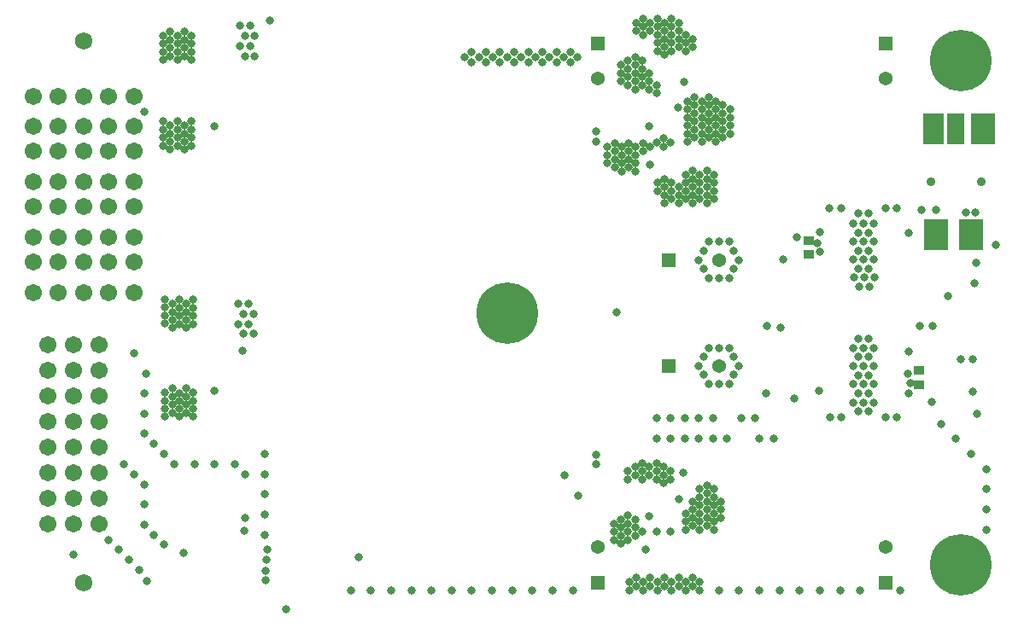
<source format=gbs>
G04*
G04 #@! TF.GenerationSoftware,Altium Limited,Altium Designer,22.9.1 (49)*
G04*
G04 Layer_Color=16711935*
%FSLAX25Y25*%
%MOIN*%
G70*
G04*
G04 #@! TF.SameCoordinates,58640E65-FB78-4378-B78F-6D08F657F38D*
G04*
G04*
G04 #@! TF.FilePolarity,Negative*
G04*
G01*
G75*
%ADD47R,0.04252X0.03465*%
%ADD73R,0.05413X0.05413*%
%ADD74C,0.05413*%
%ADD75C,0.06713*%
%ADD76C,0.06791*%
%ADD77R,0.05413X0.05413*%
%ADD78C,0.03543*%
%ADD79C,0.03150*%
%ADD80C,0.24016*%
%ADD98R,0.09213X0.12284*%
%ADD99R,0.08307X0.12284*%
%ADD100R,0.07087X0.12284*%
D47*
X357480Y95669D02*
D03*
Y90158D02*
D03*
X314567Y140945D02*
D03*
Y146457D02*
D03*
D73*
X259842Y97441D02*
D03*
Y138779D02*
D03*
D74*
X279528Y97441D02*
D03*
Y138779D02*
D03*
X232283Y26575D02*
D03*
Y209646D02*
D03*
X344488Y26575D02*
D03*
Y209646D02*
D03*
D75*
X51181Y137894D02*
D03*
X41339D02*
D03*
X31496D02*
D03*
X21654D02*
D03*
X11811D02*
D03*
X51181Y126083D02*
D03*
X41339D02*
D03*
X31496D02*
D03*
X21654D02*
D03*
X11811D02*
D03*
X31496Y202854D02*
D03*
X21654D02*
D03*
X11811D02*
D03*
X21654Y191043D02*
D03*
X11811D02*
D03*
X21654Y181201D02*
D03*
X11811D02*
D03*
X21654Y169390D02*
D03*
X11811D02*
D03*
X21654Y159547D02*
D03*
X11811D02*
D03*
X21654Y147736D02*
D03*
X11811D02*
D03*
X51181Y169390D02*
D03*
Y202854D02*
D03*
X41339D02*
D03*
X51181Y191043D02*
D03*
X41339D02*
D03*
X51181Y181201D02*
D03*
X41339D02*
D03*
Y169390D02*
D03*
X51181Y159547D02*
D03*
X41339D02*
D03*
X51181Y147736D02*
D03*
X41339D02*
D03*
X31496D02*
D03*
Y191043D02*
D03*
Y181201D02*
D03*
Y169390D02*
D03*
Y159547D02*
D03*
X37716Y105728D02*
D03*
X17717Y85728D02*
D03*
X27716Y105728D02*
D03*
X17717Y75728D02*
D03*
X27716D02*
D03*
X37716Y95728D02*
D03*
X27716Y85728D02*
D03*
X17717Y95728D02*
D03*
X27716D02*
D03*
X17717Y105728D02*
D03*
Y55728D02*
D03*
X27716Y35728D02*
D03*
X17717D02*
D03*
X27716Y45728D02*
D03*
X17717D02*
D03*
X27716Y55728D02*
D03*
Y65728D02*
D03*
X17717D02*
D03*
X37716Y85728D02*
D03*
Y75728D02*
D03*
Y65728D02*
D03*
Y55728D02*
D03*
Y45728D02*
D03*
Y35728D02*
D03*
D76*
X31496Y12808D02*
D03*
Y224508D02*
D03*
D77*
X232283Y12795D02*
D03*
Y223425D02*
D03*
X344488Y12795D02*
D03*
Y223425D02*
D03*
D78*
X381890Y169291D02*
D03*
X362205D02*
D03*
D79*
X318898Y142035D02*
D03*
X239490Y118201D02*
D03*
X318087Y145328D02*
D03*
X353328Y94367D02*
D03*
X354191Y90812D02*
D03*
X300787Y68898D02*
D03*
X293701Y76933D02*
D03*
X288189D02*
D03*
X266142D02*
D03*
X255118D02*
D03*
X271654D02*
D03*
X277165D02*
D03*
X260630D02*
D03*
X373948Y99977D02*
D03*
X308925Y84646D02*
D03*
X364244Y158257D02*
D03*
X358661Y158268D02*
D03*
X298345Y112992D02*
D03*
X298031Y86614D02*
D03*
X282677Y69161D02*
D03*
X277165D02*
D03*
X266142D02*
D03*
X255118D02*
D03*
X271654D02*
D03*
X260630D02*
D03*
X59055Y66929D02*
D03*
X55118Y70866D02*
D03*
X62992Y62992D02*
D03*
X94153Y32933D02*
D03*
X103213Y25814D02*
D03*
X102362Y31496D02*
D03*
X102772Y21772D02*
D03*
X379921Y137795D02*
D03*
X368898Y124713D02*
D03*
X366142Y74803D02*
D03*
X295276Y68898D02*
D03*
X372047D02*
D03*
X377953Y62992D02*
D03*
X383858Y57087D02*
D03*
Y49213D02*
D03*
Y41339D02*
D03*
Y33465D02*
D03*
X350394Y9843D02*
D03*
X334646D02*
D03*
X326772D02*
D03*
X318898D02*
D03*
X311024D02*
D03*
X303150D02*
D03*
X295276D02*
D03*
X287402D02*
D03*
X279528D02*
D03*
X222441D02*
D03*
X214567D02*
D03*
X206693D02*
D03*
X198819D02*
D03*
X190945D02*
D03*
X183071D02*
D03*
X175197D02*
D03*
X167323D02*
D03*
X159449D02*
D03*
X151575D02*
D03*
X143701D02*
D03*
X135827D02*
D03*
X138976Y22835D02*
D03*
X102362Y62992D02*
D03*
X102126Y55118D02*
D03*
X102362Y39370D02*
D03*
Y47244D02*
D03*
X94488Y37933D02*
D03*
X102756Y17323D02*
D03*
Y13780D02*
D03*
X110762Y2453D02*
D03*
X47244Y59055D02*
D03*
X56328Y13488D02*
D03*
X70472Y24409D02*
D03*
X49213Y21654D02*
D03*
X53150Y17717D02*
D03*
X45276Y25591D02*
D03*
X66929Y59055D02*
D03*
X74803D02*
D03*
X82677D02*
D03*
X90551D02*
D03*
X94488Y55118D02*
D03*
X51181D02*
D03*
X55118Y51181D02*
D03*
Y43307D02*
D03*
Y35433D02*
D03*
X59055Y31496D02*
D03*
X62992Y27559D02*
D03*
X41339Y29528D02*
D03*
X27559Y23622D02*
D03*
X55118Y78740D02*
D03*
X63386Y77559D02*
D03*
Y80709D02*
D03*
X66142Y79134D02*
D03*
Y82284D02*
D03*
X68898Y77559D02*
D03*
Y80709D02*
D03*
X51181Y102362D02*
D03*
X55118Y86614D02*
D03*
X56102Y94488D02*
D03*
X63382Y123350D02*
D03*
Y120201D02*
D03*
Y117051D02*
D03*
Y113902D02*
D03*
X63386Y83858D02*
D03*
Y87008D02*
D03*
X66142Y85433D02*
D03*
Y121653D02*
D03*
Y88583D02*
D03*
Y112205D02*
D03*
Y118504D02*
D03*
Y115354D02*
D03*
X68898Y123228D02*
D03*
Y120079D02*
D03*
X219291Y54724D02*
D03*
X224754Y46801D02*
D03*
X231693Y62795D02*
D03*
X231715Y58993D02*
D03*
X238583Y35827D02*
D03*
X238583Y32677D02*
D03*
X238583Y29528D02*
D03*
X241339Y37402D02*
D03*
X241339Y34252D02*
D03*
X241339Y31102D02*
D03*
X241339Y27953D02*
D03*
X68898Y83858D02*
D03*
Y113779D02*
D03*
Y116929D02*
D03*
X69035Y86713D02*
D03*
X71653Y79134D02*
D03*
Y82284D02*
D03*
Y85433D02*
D03*
Y88583D02*
D03*
Y112205D02*
D03*
Y115354D02*
D03*
Y118504D02*
D03*
Y121653D02*
D03*
X74409Y77559D02*
D03*
Y80709D02*
D03*
Y83858D02*
D03*
Y87008D02*
D03*
Y113779D02*
D03*
Y116929D02*
D03*
Y120079D02*
D03*
Y123228D02*
D03*
X82677Y87598D02*
D03*
X91917Y113812D02*
D03*
Y121686D02*
D03*
X93504Y103347D02*
D03*
X93886Y109875D02*
D03*
Y117749D02*
D03*
X95854Y113812D02*
D03*
Y121686D02*
D03*
X97823Y109875D02*
D03*
Y117749D02*
D03*
X62598Y183465D02*
D03*
Y186614D02*
D03*
X65354Y181890D02*
D03*
Y185039D02*
D03*
X68110Y183465D02*
D03*
Y186614D02*
D03*
X70866Y181890D02*
D03*
Y185039D02*
D03*
X55118Y196850D02*
D03*
X62598Y189764D02*
D03*
Y192913D02*
D03*
X62599Y220079D02*
D03*
Y216929D02*
D03*
Y226378D02*
D03*
Y223228D02*
D03*
X65354Y188189D02*
D03*
Y191339D02*
D03*
X65354Y227953D02*
D03*
Y221654D02*
D03*
Y224803D02*
D03*
Y218504D02*
D03*
X68110Y189764D02*
D03*
Y192913D02*
D03*
X68110Y220079D02*
D03*
Y226378D02*
D03*
Y216929D02*
D03*
Y223228D02*
D03*
X70866Y188189D02*
D03*
Y191339D02*
D03*
X73622Y186614D02*
D03*
Y189764D02*
D03*
Y192913D02*
D03*
Y183465D02*
D03*
X73622Y216929D02*
D03*
X82677Y190945D02*
D03*
X180315Y218110D02*
D03*
X183071Y216142D02*
D03*
X185827Y218110D02*
D03*
X188583Y216142D02*
D03*
X194095Y216142D02*
D03*
X199606D02*
D03*
X205118Y216142D02*
D03*
X210630D02*
D03*
X216142D02*
D03*
X221654D02*
D03*
X231693Y188878D02*
D03*
X231715Y185076D02*
D03*
X236035Y182890D02*
D03*
X236035Y179740D02*
D03*
X236035Y176591D02*
D03*
X238791Y184465D02*
D03*
X238791Y181315D02*
D03*
X238791Y178165D02*
D03*
X238791Y175016D02*
D03*
X241339Y208661D02*
D03*
Y211811D02*
D03*
Y214961D02*
D03*
X241547Y182890D02*
D03*
X241547Y179740D02*
D03*
X241547Y176591D02*
D03*
X70866Y218504D02*
D03*
Y221654D02*
D03*
Y227953D02*
D03*
Y224803D02*
D03*
X73622Y220079D02*
D03*
Y226378D02*
D03*
Y223228D02*
D03*
X92520Y222441D02*
D03*
Y230315D02*
D03*
X94488Y218504D02*
D03*
Y226378D02*
D03*
X96457Y230315D02*
D03*
Y222441D02*
D03*
X98425Y218504D02*
D03*
Y226378D02*
D03*
X104331Y232283D02*
D03*
X183071Y220079D02*
D03*
X188583D02*
D03*
X191339Y218110D02*
D03*
X194095Y220079D02*
D03*
X196850Y218110D02*
D03*
X199606Y220079D02*
D03*
X202362Y218110D02*
D03*
X205118Y220079D02*
D03*
X207874Y218110D02*
D03*
X210630Y220079D02*
D03*
X213386Y218110D02*
D03*
X216142Y220079D02*
D03*
X218898Y218110D02*
D03*
X221654Y220079D02*
D03*
X224410Y218110D02*
D03*
X250000Y9843D02*
D03*
X244488D02*
D03*
X255512D02*
D03*
X252756Y11417D02*
D03*
X247244D02*
D03*
X244488Y12992D02*
D03*
X250000D02*
D03*
X255512D02*
D03*
X252756Y14567D02*
D03*
X247244D02*
D03*
X251060Y25571D02*
D03*
X244094Y29528D02*
D03*
X246850Y31102D02*
D03*
X244094Y32677D02*
D03*
X249606D02*
D03*
X255118D02*
D03*
X246850Y34252D02*
D03*
X244094Y35827D02*
D03*
X246850Y37402D02*
D03*
X252362Y38583D02*
D03*
X244094Y38976D02*
D03*
X257874Y51575D02*
D03*
X249606Y53150D02*
D03*
X244094D02*
D03*
X255118D02*
D03*
X252362Y54724D02*
D03*
X246850D02*
D03*
X257874D02*
D03*
X244094Y56299D02*
D03*
X249606D02*
D03*
X255118D02*
D03*
X252362Y57874D02*
D03*
X261024Y9843D02*
D03*
X266535D02*
D03*
X272047D02*
D03*
X258268Y11417D02*
D03*
X263779D02*
D03*
X269291D02*
D03*
X261024Y12992D02*
D03*
X266535D02*
D03*
X272047D02*
D03*
X258268Y14567D02*
D03*
X263779D02*
D03*
X269291D02*
D03*
X260630Y32677D02*
D03*
X266535Y33465D02*
D03*
X272047D02*
D03*
X269291Y35039D02*
D03*
X274803D02*
D03*
X272047Y36614D02*
D03*
X266535Y36614D02*
D03*
X269291Y38189D02*
D03*
X266535Y39764D02*
D03*
X272047D02*
D03*
X269291Y41339D02*
D03*
X272047Y42913D02*
D03*
X269291Y44488D02*
D03*
X263779Y45276D02*
D03*
X272047Y46063D02*
D03*
Y49213D02*
D03*
X274803Y50787D02*
D03*
X260630Y53150D02*
D03*
X265740Y55810D02*
D03*
X260630Y56299D02*
D03*
X257874Y57874D02*
D03*
X246850D02*
D03*
X249606Y59449D02*
D03*
X255118D02*
D03*
X258268Y170473D02*
D03*
X255512Y168898D02*
D03*
X258268Y161024D02*
D03*
Y164173D02*
D03*
X255512Y165748D02*
D03*
X258268Y167323D02*
D03*
X247059Y173441D02*
D03*
X241547Y173441D02*
D03*
X244303Y175016D02*
D03*
X252571Y176197D02*
D03*
X247059Y176591D02*
D03*
X244303Y178165D02*
D03*
X247059Y179740D02*
D03*
X249815Y181315D02*
D03*
X244303Y181315D02*
D03*
X252571Y182890D02*
D03*
X247059Y182890D02*
D03*
X257874Y183071D02*
D03*
X249815Y184465D02*
D03*
X244303Y184465D02*
D03*
X260630Y184646D02*
D03*
X255118Y184646D02*
D03*
X273622Y93898D02*
D03*
X271654Y97441D02*
D03*
X273622Y100984D02*
D03*
X273622Y135236D02*
D03*
X271654Y138779D02*
D03*
X273622Y142323D02*
D03*
X263779Y161024D02*
D03*
X269291D02*
D03*
X274803D02*
D03*
X261024Y162598D02*
D03*
X266535D02*
D03*
X272047D02*
D03*
X263779Y164173D02*
D03*
X269291D02*
D03*
X261024Y165748D02*
D03*
X266535D02*
D03*
X272047Y165748D02*
D03*
X263779Y167323D02*
D03*
X269291D02*
D03*
X274803D02*
D03*
X261024Y168898D02*
D03*
X266535D02*
D03*
X272047Y168898D02*
D03*
X269291Y170473D02*
D03*
X274803Y170473D02*
D03*
X266535Y172047D02*
D03*
X272047Y172047D02*
D03*
X269291Y173622D02*
D03*
X277559Y33465D02*
D03*
X277559Y36614D02*
D03*
X274803Y38189D02*
D03*
X280315D02*
D03*
X277559Y39764D02*
D03*
X280315Y41339D02*
D03*
X274803D02*
D03*
X277559Y42913D02*
D03*
X274803Y44488D02*
D03*
X280315D02*
D03*
X277559Y46063D02*
D03*
X274803Y47638D02*
D03*
X277559Y49213D02*
D03*
X327370Y77256D02*
D03*
X323043Y77435D02*
D03*
X318504Y87756D02*
D03*
X332095Y90248D02*
D03*
X279528Y90354D02*
D03*
X283465D02*
D03*
X275591D02*
D03*
X285433Y93898D02*
D03*
X275590Y104528D02*
D03*
X287402Y97441D02*
D03*
X285433Y100984D02*
D03*
X332095Y104421D02*
D03*
X283465Y104528D02*
D03*
X344693Y77256D02*
D03*
X349020Y77436D02*
D03*
X380315Y78740D02*
D03*
X334063Y79618D02*
D03*
X338000D02*
D03*
X332095Y83161D02*
D03*
X339968D02*
D03*
X336032D02*
D03*
X362598Y83377D02*
D03*
X353543Y86575D02*
D03*
X334063Y86705D02*
D03*
X338000D02*
D03*
X378740Y87402D02*
D03*
X339968Y90248D02*
D03*
X336032D02*
D03*
X334063Y93791D02*
D03*
X338000D02*
D03*
X332095Y97335D02*
D03*
X339968D02*
D03*
X336032D02*
D03*
X378740Y100000D02*
D03*
X334063Y100878D02*
D03*
X338000D02*
D03*
X353543Y103150D02*
D03*
X339968Y104421D02*
D03*
X336032D02*
D03*
X279528Y104528D02*
D03*
X334063Y107965D02*
D03*
X303683Y112402D02*
D03*
X283465Y131693D02*
D03*
X275591D02*
D03*
X279528D02*
D03*
X332283Y131890D02*
D03*
X285433Y135236D02*
D03*
X287402Y138779D02*
D03*
X332095Y138870D02*
D03*
X304724Y138976D02*
D03*
X285433Y142323D02*
D03*
X275590Y145866D02*
D03*
X283465D02*
D03*
X279528D02*
D03*
X332095Y145957D02*
D03*
X309842Y147638D02*
D03*
X318898Y149539D02*
D03*
X332095Y153043D02*
D03*
X334027Y156867D02*
D03*
X327370Y158949D02*
D03*
X322638Y159092D02*
D03*
X277559Y162598D02*
D03*
X274803Y164173D02*
D03*
X277559Y165748D02*
D03*
X277559Y168898D02*
D03*
X277559Y172047D02*
D03*
X274803Y173622D02*
D03*
X338000Y107965D02*
D03*
X362992Y112992D02*
D03*
X357874D02*
D03*
X334252Y128347D02*
D03*
X338189D02*
D03*
X379134Y129724D02*
D03*
X336221Y131890D02*
D03*
X340158D02*
D03*
X334063Y135327D02*
D03*
X338000D02*
D03*
X336032Y138870D02*
D03*
X339968D02*
D03*
X334063Y142413D02*
D03*
X338000D02*
D03*
X387520Y144646D02*
D03*
X336032Y145957D02*
D03*
X339968D02*
D03*
X353543Y149213D02*
D03*
X334063Y149500D02*
D03*
X338000D02*
D03*
X336032Y153043D02*
D03*
X339968D02*
D03*
X337964Y156867D02*
D03*
X375984Y157480D02*
D03*
X379528D02*
D03*
X344679Y158949D02*
D03*
X349008Y159092D02*
D03*
X252384Y190874D02*
D03*
X252362Y208661D02*
D03*
X246850Y211811D02*
D03*
X257874Y186221D02*
D03*
X263611Y198308D02*
D03*
X255118Y203937D02*
D03*
X265846Y208268D02*
D03*
X246850Y205512D02*
D03*
X249606Y207087D02*
D03*
X244094Y210236D02*
D03*
X255118Y207087D02*
D03*
X246850Y208661D02*
D03*
X244094Y207087D02*
D03*
X249606Y210236D02*
D03*
X252362Y205512D02*
D03*
X252362Y211811D02*
D03*
X244094Y213386D02*
D03*
Y216535D02*
D03*
X246850Y218110D02*
D03*
Y214961D02*
D03*
X247244Y228346D02*
D03*
Y231496D02*
D03*
X249606Y213386D02*
D03*
Y216535D02*
D03*
X250000Y226772D02*
D03*
Y229921D02*
D03*
Y233071D02*
D03*
X252756Y228346D02*
D03*
Y231496D02*
D03*
X255512Y226772D02*
D03*
Y229921D02*
D03*
X255512Y220472D02*
D03*
Y223622D02*
D03*
Y233071D02*
D03*
X258268Y218898D02*
D03*
Y222047D02*
D03*
Y225197D02*
D03*
Y228346D02*
D03*
Y231496D02*
D03*
X261024Y226772D02*
D03*
Y220472D02*
D03*
Y223622D02*
D03*
Y229921D02*
D03*
Y233071D02*
D03*
X263779Y228346D02*
D03*
Y231496D02*
D03*
X263779Y225197D02*
D03*
Y222047D02*
D03*
X267323Y185039D02*
D03*
X272835D02*
D03*
X278346D02*
D03*
X270079Y186614D02*
D03*
X275591D02*
D03*
X281102D02*
D03*
X267323Y188189D02*
D03*
X272835D02*
D03*
X283858D02*
D03*
X278346D02*
D03*
X270079Y189764D02*
D03*
X281102D02*
D03*
X275590D02*
D03*
X272835Y191339D02*
D03*
X267323D02*
D03*
X283858D02*
D03*
X266535Y226772D02*
D03*
Y223622D02*
D03*
Y220472D02*
D03*
X267323Y194488D02*
D03*
Y200787D02*
D03*
Y197638D02*
D03*
X269291Y225197D02*
D03*
Y222047D02*
D03*
X270079Y196063D02*
D03*
Y202362D02*
D03*
Y199213D02*
D03*
X270079Y192913D02*
D03*
X272835Y194488D02*
D03*
Y200787D02*
D03*
Y197638D02*
D03*
X275590Y192913D02*
D03*
X275591Y196063D02*
D03*
Y199213D02*
D03*
Y202362D02*
D03*
X278346Y191339D02*
D03*
Y194488D02*
D03*
Y197638D02*
D03*
Y200787D02*
D03*
X281102Y192913D02*
D03*
Y196063D02*
D03*
Y199213D02*
D03*
X283858Y194488D02*
D03*
X283858Y197638D02*
D03*
D80*
X374016Y19685D02*
D03*
X196850Y118110D02*
D03*
X374016Y216535D02*
D03*
D98*
X382716Y189941D02*
D03*
X377992Y148642D02*
D03*
X364213D02*
D03*
D99*
X363287Y189941D02*
D03*
D100*
X372008D02*
D03*
M02*

</source>
